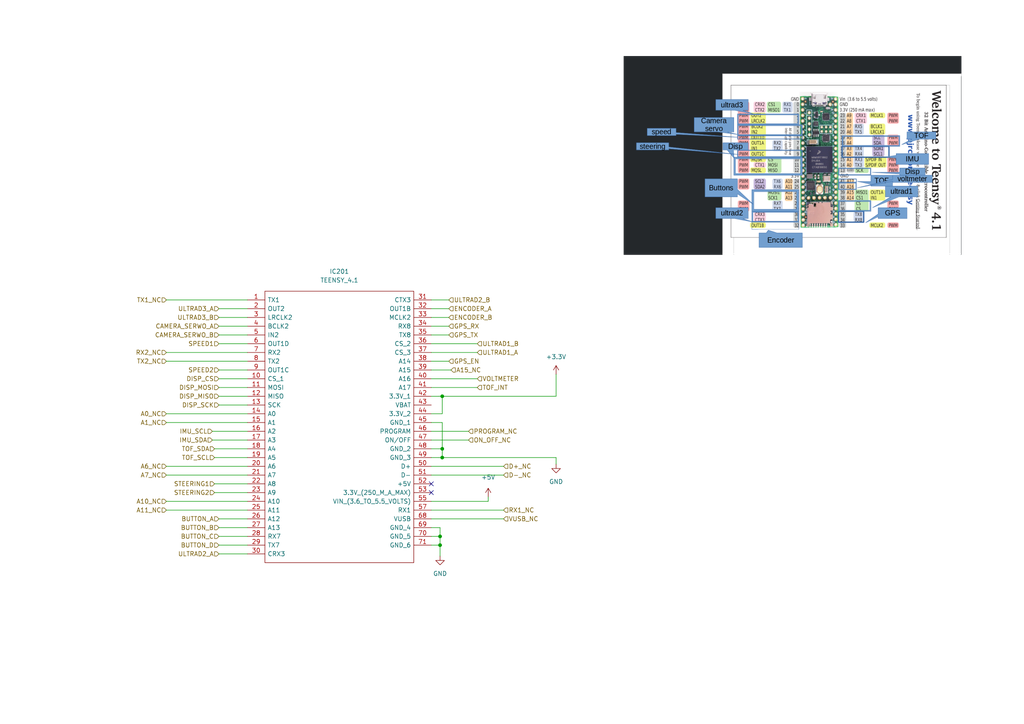
<source format=kicad_sch>
(kicad_sch (version 20211123) (generator eeschema)
  (paper "A4")
  (title_block (title "Tensee") (date "2023-02-20") (company "Szymon Przybył"))
  (lib_symbols
    (symbol "TEENSY_4.1:TEENSY_4.1" (pin_names (offset 0.762))
      (property "Reference" "IC" (at 49.53 7.62 0))
      (property "Value" "TEENSY_4.1" (at 49.53 5.08 0))
      (symbol "TEENSY_4.1_0_0"
        (pin passive line (at 0 0 0) (length 5.08) (name "TX1") (number "1"))
        (pin passive line (at 0 -22.86 0) (length 5.08) (name "CS_1") (number "10"))
        (pin passive line (at 0 -25.4 0) (length 5.08) (name "MOSI") (number "11"))
        (pin passive line (at 0 -27.94 0) (length 5.08) (name "MISO") (number "12"))
        (pin passive line (at 0 -30.48 0) (length 5.08) (name "SCK") (number "13"))
        (pin passive line (at 0 -33.02 0) (length 5.08) (name "A0") (number "14"))
        (pin passive line (at 0 -35.56 0) (length 5.08) (name "A1") (number "15"))
        (pin passive line (at 0 -38.1 0) (length 5.08) (name "A2") (number "16"))
        (pin passive line (at 0 -40.64 0) (length 5.08) (name "A3") (number "17"))
        (pin passive line (at 0 -43.18 0) (length 5.08) (name "A4") (number "18"))
        (pin passive line (at 0 -45.72 0) (length 5.08) (name "A5") (number "19"))
        (pin passive line (at 0 -2.54 0) (length 5.08) (name "OUT2") (number "2"))
        (pin passive line (at 0 -48.26 0) (length 5.08) (name "A6") (number "20"))
        (pin passive line (at 0 -50.8 0) (length 5.08) (name "A7") (number "21"))
        (pin passive line (at 0 -53.34 0) (length 5.08) (name "A8") (number "22"))
        (pin passive line (at 0 -55.88 0) (length 5.08) (name "A9") (number "23"))
        (pin passive line (at 0 -58.42 0) (length 5.08) (name "A10") (number "24"))
        (pin passive line (at 0 -60.96 0) (length 5.08) (name "A11") (number "25"))
        (pin passive line (at 0 -63.5 0) (length 5.08) (name "A12") (number "26"))
        (pin passive line (at 0 -66.04 0) (length 5.08) (name "A13") (number "27"))
        (pin passive line (at 0 -68.58 0) (length 5.08) (name "RX7") (number "28"))
        (pin passive line (at 0 -71.12 0) (length 5.08) (name "TX7") (number "29"))
        (pin passive line (at 0 -5.08 0) (length 5.08) (name "LRCLK2") (number "3"))
        (pin passive line (at 0 -73.66 0) (length 5.08) (name "CRX3") (number "30"))
        (pin passive line (at 53.34 0 180) (length 5.08) (name "CTX3") (number "31"))
        (pin passive line (at 53.34 -2.54 180) (length 5.08) (name "OUT1B") (number "32"))
        (pin passive line (at 53.34 -5.08 180) (length 5.08) (name "MCLK2") (number "33"))
        (pin passive line (at 53.34 -7.62 180) (length 5.08) (name "RX8") (number "34"))
        (pin passive line (at 53.34 -10.16 180) (length 5.08) (name "TX8") (number "35"))
        (pin passive line (at 53.34 -12.7 180) (length 5.08) (name "CS_2") (number "36"))
        (pin passive line (at 53.34 -15.24 180) (length 5.08) (name "CS_3") (number "37"))
        (pin passive line (at 53.34 -17.78 180) (length 5.08) (name "A14") (number "38"))
        (pin passive line (at 53.34 -20.32 180) (length 5.08) (name "A15") (number "39"))
        (pin passive line (at 0 -7.62 0) (length 5.08) (name "BCLK2") (number "4"))
        (pin passive line (at 53.34 -22.86 180) (length 5.08) (name "A16") (number "40"))
        (pin passive line (at 53.34 -25.4 180) (length 5.08) (name "A17") (number "41"))
        (pin passive line (at 53.34 -27.94 180) (length 5.08) (name "3.3V_1") (number "42"))
        (pin passive line (at 53.34 -30.48 180) (length 5.08) (name "VBAT") (number "43"))
        (pin passive line (at 53.34 -33.02 180) (length 5.08) (name "3.3V_2") (number "44"))
        (pin passive line (at 53.34 -35.56 180) (length 5.08) (name "GND_1") (number "45"))
        (pin passive line (at 53.34 -38.1 180) (length 5.08) (name "PROGRAM") (number "46"))
        (pin passive line (at 53.34 -40.64 180) (length 5.08) (name "ON/OFF") (number "47"))
        (pin passive line (at 53.34 -43.18 180) (length 5.08) (name "GND_2") (number "48"))
        (pin passive line (at 53.34 -45.72 180) (length 5.08) (name "GND_3") (number "49"))
        (pin passive line (at 0 -10.16 0) (length 5.08) (name "IN2") (number "5"))
        (pin passive line (at 53.34 -48.26 180) (length 5.08) (name "D+") (number "50"))
        (pin passive line (at 53.34 -50.8 180) (length 5.08) (name "D-") (number "51"))
        (pin passive line (at 53.34 -53.34 180) (length 5.08) (name "+5V") (number "52"))
        (pin passive line (at 53.34 -55.88 180) (length 5.08) (name "3.3V_(250_M_A_MAX)") (number "53"))
        (pin passive line (at 53.34 -58.42 180) (length 5.08) (name "VIN_(3.6_TO_5.5_VOLTS)") (number "55"))
        (pin passive line (at 53.34 -60.96 180) (length 5.08) (name "RX1") (number "57"))
        (pin passive line (at 0 -12.7 0) (length 5.08) (name "OUT1D") (number "6"))
        (pin passive line (at 53.34 -63.5 180) (length 5.08) (name "VUSB") (number "68"))
        (pin passive line (at 53.34 -66.04 180) (length 5.08) (name "GND_4") (number "69"))
        (pin passive line (at 0 -15.24 0) (length 5.08) (name "RX2") (number "7"))
        (pin passive line (at 53.34 -68.58 180) (length 5.08) (name "GND_5") (number "70"))
        (pin passive line (at 53.34 -71.12 180) (length 5.08) (name "GND_6") (number "71"))
        (pin passive line (at 0 -17.78 0) (length 5.08) (name "TX2") (number "8"))
        (pin passive line (at 0 -20.32 0) (length 5.08) (name "OUT1C") (number "9"))
      )
      (symbol "TEENSY_4.1_0_1"
        (polyline (pts (xy 5.08 2.54) (xy 48.26 2.54) (xy 48.26 -76.2) (xy 5.08 -76.2) (xy 5.08 2.54)) (stroke (width 0.1524)))
      )
    )
    (symbol "power:+3.3V" (power) (pin_names (offset 0))
      (property "Value" "+3.3V" (at 0 3.556 0))
      (symbol "+3.3V_0_1"
        (polyline (pts (xy -0.762 1.27) (xy 0 2.54)))
        (polyline (pts (xy 0 0) (xy 0 2.54)))
        (polyline (pts (xy 0 2.54) (xy 0.762 1.27)))
      )
      (symbol "+3.3V_1_1"
        (pin power_in line (at 0 0 90) (length 0) hide (name "+3.3V") (number "1"))
      )
    )
    (symbol "power:+5V" (power) (pin_names (offset 0))
      (property "Value" "+5V" (at 0 3.556 0))
      (symbol "+5V_0_1"
        (polyline (pts (xy -0.762 1.27) (xy 0 2.54)))
        (polyline (pts (xy 0 0) (xy 0 2.54)))
        (polyline (pts (xy 0 2.54) (xy 0.762 1.27)))
      )
      (symbol "+5V_1_1"
        (pin power_in line (at 0 0 90) (length 0) hide (name "+5V") (number "1"))
      )
    )
    (symbol "power:GND" (power) (pin_names (offset 0))
      (property "Value" "GND" (at 0 -3.81 0))
      (symbol "GND_0_1"
        (polyline (pts (xy 0 0) (xy 0 -1.27) (xy 1.27 -1.27) (xy 0 -2.54) (xy -1.27 -1.27) (xy 0 -1.27)))
      )
      (symbol "GND_1_1"
        (pin power_in line (at 0 0 270) (length 0) hide (name "GND") (number "1"))
      )
    )
  )
  (junction (at 127.635 155.575))
  (junction (at 127.635 158.115))
  (junction (at 128.27 132.715))
  (junction (at 128.27 114.935))
  (junction (at 128.27 130.175))
  (no_connect (at 125.095 140.335))
  (no_connect (at 125.095 142.875))
  (wire (pts (xy 125.095 109.855) (xy 138.43 109.855)))
  (wire (pts (xy 63.5 109.855) (xy 71.755 109.855)))
  (wire (pts (xy 125.095 153.035) (xy 127.635 153.035)))
  (wire (pts (xy 63.5 114.935) (xy 71.755 114.935)))
  (wire (pts (xy 161.29 132.715) (xy 161.29 134.62)))
  (wire (pts (xy 63.5 158.115) (xy 71.755 158.115)))
  (wire (pts (xy 48.26 102.235) (xy 71.755 102.235)))
  (wire (pts (xy 130.175 94.615) (xy 125.095 94.615)))
  (wire (pts (xy 125.095 158.115) (xy 127.635 158.115)))
  (wire (pts (xy 141.605 145.415) (xy 141.605 144.145)))
  (wire (pts (xy 62.23 140.335) (xy 71.755 140.335)))
  (wire (pts (xy 63.5 117.475) (xy 71.755 117.475)))
  (wire (pts (xy 125.095 147.955) (xy 146.05 147.955)))
  (wire (pts (xy 128.27 122.555) (xy 128.27 130.175)))
  (wire (pts (xy 63.5 160.655) (xy 71.755 160.655)))
  (wire (pts (xy 125.095 145.415) (xy 141.605 145.415)))
  (wire (pts (xy 130.175 86.995) (xy 125.095 86.995)))
  (wire (pts (xy 63.5 107.315) (xy 71.755 107.315)))
  (wire (pts (xy 130.175 89.535) (xy 125.095 89.535)))
  (wire (pts (xy 63.5 92.075) (xy 71.755 92.075)))
  (wire (pts (xy 128.27 130.175) (xy 128.27 132.715)))
  (wire (pts (xy 48.26 86.995) (xy 71.755 86.995)))
  (wire (pts (xy 63.5 155.575) (xy 71.755 155.575)))
  (wire (pts (xy 63.5 89.535) (xy 71.755 89.535)))
  (wire (pts (xy 125.095 104.775) (xy 130.175 104.775)))
  (wire (pts (xy 128.27 132.715) (xy 161.29 132.715)))
  (wire (pts (xy 130.175 97.155) (xy 125.095 97.155)))
  (wire (pts (xy 48.26 145.415) (xy 71.755 145.415)))
  (wire (pts (xy 125.095 135.255) (xy 146.05 135.255)))
  (wire (pts (xy 125.095 114.935) (xy 128.27 114.935)))
  (wire (pts (xy 48.26 147.955) (xy 71.755 147.955)))
  (wire (pts (xy 125.095 112.395) (xy 138.43 112.395)))
  (wire (pts (xy 125.095 137.795) (xy 146.05 137.795)))
  (wire (pts (xy 63.5 94.615) (xy 71.755 94.615)))
  (wire (pts (xy 128.27 114.935) (xy 161.29 114.935)))
  (wire (pts (xy 63.5 153.035) (xy 71.755 153.035)))
  (wire (pts (xy 127.635 155.575) (xy 127.635 158.115)))
  (wire (pts (xy 125.095 107.315) (xy 130.81 107.315)))
  (wire (pts (xy 125.095 120.015) (xy 128.27 120.015)))
  (wire (pts (xy 127.635 158.115) (xy 127.635 161.29)))
  (wire (pts (xy 125.095 132.715) (xy 128.27 132.715)))
  (wire (pts (xy 125.095 92.075) (xy 130.175 92.075)))
  (wire (pts (xy 61.595 125.095) (xy 71.755 125.095)))
  (wire (pts (xy 125.095 127.635) (xy 135.89 127.635)))
  (wire (pts (xy 63.5 99.695) (xy 71.755 99.695)))
  (wire (pts (xy 63.5 150.495) (xy 71.755 150.495)))
  (wire (pts (xy 125.095 122.555) (xy 128.27 122.555)))
  (wire (pts (xy 62.23 142.875) (xy 71.755 142.875)))
  (wire (pts (xy 138.43 102.235) (xy 125.095 102.235)))
  (wire (pts (xy 63.5 97.155) (xy 71.755 97.155)))
  (wire (pts (xy 48.26 135.255) (xy 71.755 135.255)))
  (wire (pts (xy 125.095 150.495) (xy 146.05 150.495)))
  (wire (pts (xy 125.095 155.575) (xy 127.635 155.575)))
  (wire (pts (xy 161.29 114.935) (xy 161.29 108.585)))
  (wire (pts (xy 125.095 125.095) (xy 135.89 125.095)))
  (wire (pts (xy 48.26 122.555) (xy 71.755 122.555)))
  (wire (pts (xy 48.26 120.015) (xy 71.755 120.015)))
  (wire (pts (xy 138.43 99.695) (xy 125.095 99.695)))
  (wire (pts (xy 61.595 127.635) (xy 71.755 127.635)))
  (wire (pts (xy 48.26 137.795) (xy 71.755 137.795)))
  (wire (pts (xy 128.27 120.015) (xy 128.27 114.935)))
  (wire (pts (xy 62.23 130.175) (xy 71.755 130.175)))
  (wire (pts (xy 63.5 112.395) (xy 71.755 112.395)))
  (wire (pts (xy 127.635 153.035) (xy 127.635 155.575)))
  (wire (pts (xy 62.23 132.715) (xy 71.755 132.715)))
  (wire (pts (xy 48.26 104.775) (xy 71.755 104.775)))
  (wire (pts (xy 125.095 130.175) (xy 128.27 130.175)))
  (image (at 229.87 45.085))
  (hierarchical_label "IMU_SCL" (shape input) (at 61.595 125.095 180))
  (hierarchical_label "GPS_RX" (shape input) (at 130.175 94.615 0))
  (hierarchical_label "STEERING2" (shape input) (at 62.23 142.875 180))
  (hierarchical_label "VUSB_NC" (shape input) (at 146.05 150.495 0))
  (hierarchical_label "DISP_CS" (shape input) (at 63.5 109.855 180))
  (hierarchical_label "BUTTON_D" (shape input) (at 63.5 158.115 180))
  (hierarchical_label "ON_OFF_NC" (shape input) (at 135.89 127.635 0))
  (hierarchical_label "PROGRAM_NC" (shape input) (at 135.89 125.095 0))
  (hierarchical_label "D-_NC" (shape input) (at 146.05 137.795 0))
  (hierarchical_label "A1_NC" (shape input) (at 48.26 122.555 180))
  (hierarchical_label "BUTTON_B" (shape input) (at 63.5 153.035 180))
  (hierarchical_label "D+_NC" (shape input) (at 146.05 135.255 0))
  (hierarchical_label "ENCODER_A" (shape input) (at 130.175 89.535 0))
  (hierarchical_label "TOF_INT" (shape input) (at 138.43 112.395 0))
  (hierarchical_label "BUTTON_C" (shape input) (at 63.5 155.575 180))
  (hierarchical_label "VOLTMETER" (shape input) (at 138.43 109.855 0))
  (hierarchical_label "A11_NC" (shape input) (at 48.26 147.955 180))
  (hierarchical_label "ULTRAD3_B" (shape input) (at 63.5 92.075 180))
  (hierarchical_label "GPS_EN" (shape input) (at 130.175 104.775 0))
  (hierarchical_label "RX1_NC" (shape input) (at 146.05 147.955 0))
  (hierarchical_label "CAMERA_SERWO_B" (shape input) (at 63.5 97.155 180))
  (hierarchical_label "RX2_NC" (shape input) (at 48.26 102.235 180))
  (hierarchical_label "DISP_MOSI" (shape input) (at 63.5 112.395 180))
  (hierarchical_label "IMU_SDA" (shape input) (at 61.595 127.635 180))
  (hierarchical_label "A0_NC" (shape input) (at 48.26 120.015 180))
  (hierarchical_label "A7_NC" (shape input) (at 48.26 137.795 180))
  (hierarchical_label "TX1_NC" (shape input) (at 48.26 86.995 180))
  (hierarchical_label "BUTTON_A" (shape input) (at 63.5 150.495 180))
  (hierarchical_label "STEERING1" (shape input) (at 62.23 140.335 180))
  (hierarchical_label "ULTRAD2_A" (shape input) (at 63.5 160.655 180))
  (hierarchical_label "TX2_NC" (shape input) (at 48.26 104.775 180))
  (hierarchical_label "TOF_SCL" (shape input) (at 62.23 132.715 180))
  (hierarchical_label "A10_NC" (shape input) (at 48.26 145.415 180))
  (hierarchical_label "SPEED1" (shape input) (at 63.5 99.695 180))
  (hierarchical_label "ULTRAD1_A" (shape input) (at 138.43 102.235 0))
  (hierarchical_label "SPEED2" (shape input) (at 63.5 107.315 180))
  (hierarchical_label "ENCODER_B" (shape input) (at 130.175 92.075 0))
  (hierarchical_label "DISP_MISO" (shape input) (at 63.5 114.935 180))
  (hierarchical_label "ULTRAD2_B" (shape input) (at 130.175 86.995 0))
  (hierarchical_label "A15_NC" (shape input) (at 130.81 107.315 0))
  (hierarchical_label "ULTRAD1_B" (shape input) (at 138.43 99.695 0))
  (hierarchical_label "DISP_SCK" (shape input) (at 63.5 117.475 180))
  (hierarchical_label "CAMERA_SERWO_A" (shape input) (at 63.5 94.615 180))
  (hierarchical_label "TOF_SDA" (shape input) (at 62.23 130.175 180))
  (hierarchical_label "A6_NC" (shape input) (at 48.26 135.255 180))
  (hierarchical_label "ULTRAD3_A" (shape input) (at 63.5 89.535 180))
  (hierarchical_label "GPS_TX" (shape input) (at 130.175 97.155 0))
  (symbol (lib_id "power:+5V") (at 141.605 144.145 0) (unit 1)
    (property "Reference" "#PWR0202" (effects hide))
    (property "Value" "+5V" (at 141.605 138.43 0))
  )
  (symbol (lib_id "power:GND") (at 161.29 134.62 0) (unit 1)
    (property "Reference" "#PWR0204" (effects hide))
    (property "Value" "GND" (at 161.29 139.7 0))
  )
  (symbol (lib_id "power:GND") (at 127.635 161.29 0) (unit 1)
    (property "Reference" "#PWR0201" (effects hide))
    (property "Value" "GND" (at 127.635 166.37 0))
  )
  (symbol (lib_id "power:+3.3V") (at 161.29 108.585 0) (unit 1)
    (property "Reference" "#PWR0203" (effects hide))
    (property "Value" "+3.3V" (at 161.29 103.505 0))
  )
  (symbol (lib_id "TEENSY_4.1:TEENSY_4.1") (at 71.755 86.995 0) (unit 1)
    (property "Reference" "IC201" (at 98.425 78.74 0))
    (property "Value" "TEENSY_4.1" (at 98.425 81.28 0))
    (property "Footprint" "KiCad:TEENSY41" (effects hide))
    (property "Datasheet" "https://www.pjrc.com/store/teensy41.html" (effects hide))
    (property "Description" "Teensy 4.1 Development Board" (effects hide))
    (property "Manufacturer_Name" "PJRC" (effects hide))
    (property "Manufacturer_Part_Number" "TEENSY 4.1" (effects hide))
  )
)
</source>
